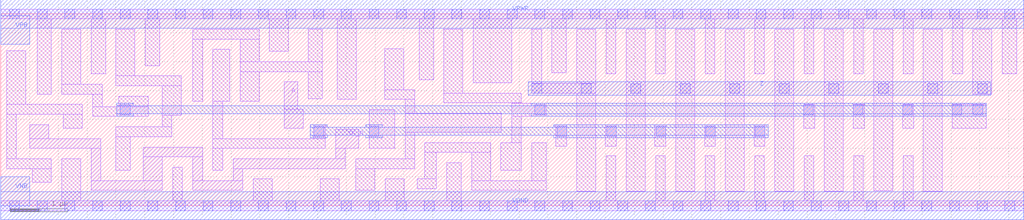
<source format=lef>
# Copyright 2020 The SkyWater PDK Authors
#
# Licensed under the Apache License, Version 2.0 (the "License");
# you may not use this file except in compliance with the License.
# You may obtain a copy of the License at
#
#     https://www.apache.org/licenses/LICENSE-2.0
#
# Unless required by applicable law or agreed to in writing, software
# distributed under the License is distributed on an "AS IS" BASIS,
# WITHOUT WARRANTIES OR CONDITIONS OF ANY KIND, either express or implied.
# See the License for the specific language governing permissions and
# limitations under the License.
#
# SPDX-License-Identifier: Apache-2.0

VERSION 5.5 ;
NAMESCASESENSITIVE ON ;
BUSBITCHARS "[]" ;
DIVIDERCHAR "/" ;
MACRO sky130_fd_sc_lp__busdrivernovlp_20
  CLASS CORE ;
  SOURCE USER ;
  ORIGIN  0.000000  0.000000 ;
  SIZE  17.76000 BY  3.330000 ;
  SYMMETRY X Y ;
  SITE unit ;
  PIN A
    ANTENNAGATEAREA  1.260000 ;
    DIRECTION INPUT ;
    USE SIGNAL ;
    PORT
      LAYER li1 ;
        RECT 4.925000 1.345000 5.255000 1.675000 ;
        RECT 4.925000 1.675000 5.155000 2.150000 ;
    END
  END A
  PIN TE_B
    ANTENNAGATEAREA  0.630000 ;
    DIRECTION INPUT ;
    USE SIGNAL ;
    PORT
      LAYER li1 ;
        RECT 0.505000 0.995000 1.740000 1.165000 ;
        RECT 0.505000 1.165000 0.835000 1.410000 ;
        RECT 1.570000 0.265000 2.805000 0.435000 ;
        RECT 1.570000 0.435000 1.740000 0.995000 ;
        RECT 2.475000 0.435000 2.805000 0.850000 ;
        RECT 2.475000 0.850000 3.505000 1.020000 ;
        RECT 3.335000 0.265000 4.205000 0.435000 ;
        RECT 3.335000 0.435000 3.505000 0.850000 ;
        RECT 4.035000 0.435000 4.205000 0.645000 ;
        RECT 4.035000 0.645000 5.985000 0.815000 ;
        RECT 5.815000 0.815000 5.985000 0.995000 ;
        RECT 5.815000 0.995000 6.215000 1.325000 ;
    END
  END TE_B
  PIN Z
    ANTENNADIFFAREA  4.968000 ;
    DIRECTION OUTPUT ;
    USE SIGNAL ;
    PORT
      LAYER met1 ;
        RECT 9.160000 1.920000 17.190000 2.150000 ;
    END
  END Z
  PIN VGND
    DIRECTION INOUT ;
    USE GROUND ;
    PORT
      LAYER met1 ;
        RECT 0.000000 -0.245000 17.760000 0.245000 ;
    END
  END VGND
  PIN VNB
    DIRECTION INOUT ;
    USE GROUND ;
    PORT
    END
  END VNB
  PIN VPB
    DIRECTION INOUT ;
    USE POWER ;
    PORT
    END
  END VPB
  PIN VNB
    DIRECTION INOUT ;
    USE GROUND ;
    PORT
      LAYER met1 ;
        RECT 0.000000 0.000000 0.500000 0.500000 ;
    END
  END VNB
  PIN VPB
    DIRECTION INOUT ;
    USE POWER ;
    PORT
      LAYER met1 ;
        RECT 0.000000 2.800000 0.500000 3.300000 ;
    END
  END VPB
  PIN VPWR
    DIRECTION INOUT ;
    USE POWER ;
    PORT
      LAYER met1 ;
        RECT 0.000000 3.085000 17.760000 3.575000 ;
    END
  END VPWR
  OBS
    LAYER li1 ;
      RECT  0.000000 -0.085000 17.760000 0.085000 ;
      RECT  0.000000  3.245000 17.760000 3.415000 ;
      RECT  0.100000  0.645000  0.880000 0.815000 ;
      RECT  0.100000  0.815000  0.270000 1.590000 ;
      RECT  0.100000  1.590000  1.415000 1.760000 ;
      RECT  0.100000  1.760000  0.430000 2.695000 ;
      RECT  0.550000  0.405000  0.880000 0.645000 ;
      RECT  0.630000  1.940000  0.880000 3.245000 ;
      RECT  1.060000  0.085000  1.390000 0.815000 ;
      RECT  1.060000  1.940000  1.765000 2.110000 ;
      RECT  1.060000  2.110000  1.390000 3.065000 ;
      RECT  1.085000  1.345000  1.415000 1.590000 ;
      RECT  1.570000  2.290000  1.820000 3.245000 ;
      RECT  1.595000  1.550000  2.565000 1.720000 ;
      RECT  1.595000  1.720000  1.765000 1.940000 ;
      RECT  1.995000  0.615000  2.245000 1.200000 ;
      RECT  1.995000  1.200000  2.970000 1.370000 ;
      RECT  2.000000  2.085000  3.130000 2.255000 ;
      RECT  2.000000  2.255000  2.330000 3.065000 ;
      RECT  2.045000  1.720000  2.565000 1.905000 ;
      RECT  2.510000  2.435000  2.760000 3.245000 ;
      RECT  2.800000  1.370000  2.970000 1.575000 ;
      RECT  2.800000  1.575000  3.130000 2.085000 ;
      RECT  2.985000  0.085000  3.155000 0.670000 ;
      RECT  3.335000  1.815000  3.505000 2.895000 ;
      RECT  3.335000  2.895000  4.485000 3.065000 ;
      RECT  3.685000  0.615000  3.855000 0.995000 ;
      RECT  3.685000  0.995000  5.635000 1.165000 ;
      RECT  3.685000  1.165000  3.855000 1.815000 ;
      RECT  3.685000  1.815000  3.975000 2.715000 ;
      RECT  4.155000  1.815000  4.485000 2.330000 ;
      RECT  4.155000  2.330000  5.585000 2.500000 ;
      RECT  4.155000  2.500000  4.485000 2.895000 ;
      RECT  4.385000  0.085000  4.715000 0.465000 ;
      RECT  4.665000  2.680000  4.995000 3.245000 ;
      RECT  5.335000  1.855000  5.585000 2.330000 ;
      RECT  5.335000  2.500000  5.585000 3.065000 ;
      RECT  5.435000  1.165000  5.635000 1.410000 ;
      RECT  5.545000  0.085000  5.875000 0.465000 ;
      RECT  5.845000  1.845000  6.175000 3.245000 ;
      RECT  6.165000  0.265000  6.495000 0.645000 ;
      RECT  6.165000  0.645000  7.190000 0.815000 ;
      RECT  6.395000  0.995000  6.840000 1.665000 ;
      RECT  6.665000  1.845000  7.190000 2.015000 ;
      RECT  6.665000  2.015000  6.995000 2.725000 ;
      RECT  6.675000  0.085000  7.005000 0.465000 ;
      RECT  7.020000  0.815000  7.190000 1.275000 ;
      RECT  7.020000  1.275000  8.690000 1.605000 ;
      RECT  7.020000  1.605000  7.190000 1.845000 ;
      RECT  7.235000  0.295000  7.565000 0.465000 ;
      RECT  7.265000  2.185000  7.515000 3.245000 ;
      RECT  7.360000  0.465000  7.565000 0.925000 ;
      RECT  7.360000  0.925000  8.505000 1.095000 ;
      RECT  7.695000  1.785000  9.040000 1.955000 ;
      RECT  7.695000  1.955000  8.025000 3.065000 ;
      RECT  7.745000  0.085000  7.995000 0.745000 ;
      RECT  8.175000  0.265000  9.470000 0.435000 ;
      RECT  8.175000  0.435000  8.505000 0.925000 ;
      RECT  8.205000  2.135000  8.875000 3.245000 ;
      RECT  8.685000  0.615000  9.040000 1.095000 ;
      RECT  8.870000  1.095000  9.040000 1.550000 ;
      RECT  8.870000  1.550000  9.475000 1.780000 ;
      RECT  8.870000  1.780000  9.040000 1.785000 ;
      RECT  9.220000  0.435000  9.470000 1.095000 ;
      RECT  9.220000  1.950000 10.330000 2.130000 ;
      RECT  9.220000  2.130000  9.390000 3.065000 ;
      RECT  9.570000  2.310000  9.820000 3.245000 ;
      RECT  9.640000  1.035000  9.830000 1.410000 ;
      RECT 10.000000  0.255000 10.330000 1.950000 ;
      RECT 10.000000  2.130000 10.330000 3.065000 ;
      RECT 10.500000  1.035000 10.690000 1.410000 ;
      RECT 10.510000  0.085000 10.680000 0.865000 ;
      RECT 10.510000  2.290000 10.680000 3.245000 ;
      RECT 10.860000  0.255000 11.190000 3.065000 ;
      RECT 11.360000  1.035000 11.550000 1.410000 ;
      RECT 11.370000  0.085000 11.540000 0.865000 ;
      RECT 11.370000  2.290000 11.540000 3.245000 ;
      RECT 11.720000  0.255000 12.050000 3.065000 ;
      RECT 12.220000  1.035000 12.410000 1.410000 ;
      RECT 12.230000  0.085000 12.400000 0.865000 ;
      RECT 12.230000  2.290000 12.400000 3.245000 ;
      RECT 12.580000  0.255000 12.910000 3.065000 ;
      RECT 13.080000  1.035000 13.270000 1.410000 ;
      RECT 13.090000  0.085000 13.260000 0.865000 ;
      RECT 13.090000  2.290000 13.260000 3.245000 ;
      RECT 13.440000  0.255000 13.770000 3.065000 ;
      RECT 13.940000  1.345000 14.130000 1.760000 ;
      RECT 13.950000  0.085000 14.120000 0.865000 ;
      RECT 13.950000  2.290000 14.120000 3.245000 ;
      RECT 14.300000  0.255000 14.630000 3.065000 ;
      RECT 14.800000  1.345000 14.990000 1.760000 ;
      RECT 14.810000  0.085000 14.980000 0.865000 ;
      RECT 14.810000  2.290000 14.980000 3.245000 ;
      RECT 15.160000  0.260000 15.490000 3.065000 ;
      RECT 15.660000  1.345000 15.850000 1.760000 ;
      RECT 15.670000  0.085000 15.840000 0.865000 ;
      RECT 15.670000  2.290000 15.840000 3.245000 ;
      RECT 16.020000  0.255000 16.350000 3.065000 ;
      RECT 16.520000  1.345000 17.110000 1.760000 ;
      RECT 16.530000  2.290000 16.700000 3.245000 ;
      RECT 16.880000  1.940000 17.210000 3.065000 ;
      RECT 17.390000  2.290000 17.640000 3.245000 ;
    LAYER mcon ;
      RECT  0.155000 -0.085000  0.325000 0.085000 ;
      RECT  0.155000  3.245000  0.325000 3.415000 ;
      RECT  0.635000 -0.085000  0.805000 0.085000 ;
      RECT  0.635000  3.245000  0.805000 3.415000 ;
      RECT  1.115000 -0.085000  1.285000 0.085000 ;
      RECT  1.115000  3.245000  1.285000 3.415000 ;
      RECT  1.595000 -0.085000  1.765000 0.085000 ;
      RECT  1.595000  3.245000  1.765000 3.415000 ;
      RECT  2.075000 -0.085000  2.245000 0.085000 ;
      RECT  2.075000  1.580000  2.245000 1.750000 ;
      RECT  2.075000  3.245000  2.245000 3.415000 ;
      RECT  2.555000 -0.085000  2.725000 0.085000 ;
      RECT  2.555000  3.245000  2.725000 3.415000 ;
      RECT  3.035000 -0.085000  3.205000 0.085000 ;
      RECT  3.035000  3.245000  3.205000 3.415000 ;
      RECT  3.515000 -0.085000  3.685000 0.085000 ;
      RECT  3.515000  3.245000  3.685000 3.415000 ;
      RECT  3.995000 -0.085000  4.165000 0.085000 ;
      RECT  3.995000  3.245000  4.165000 3.415000 ;
      RECT  4.475000 -0.085000  4.645000 0.085000 ;
      RECT  4.475000  3.245000  4.645000 3.415000 ;
      RECT  4.955000 -0.085000  5.125000 0.085000 ;
      RECT  4.955000  3.245000  5.125000 3.415000 ;
      RECT  5.435000 -0.085000  5.605000 0.085000 ;
      RECT  5.435000  1.210000  5.605000 1.380000 ;
      RECT  5.435000  3.245000  5.605000 3.415000 ;
      RECT  5.915000 -0.085000  6.085000 0.085000 ;
      RECT  5.915000  3.245000  6.085000 3.415000 ;
      RECT  6.395000 -0.085000  6.565000 0.085000 ;
      RECT  6.395000  1.210000  6.565000 1.380000 ;
      RECT  6.395000  3.245000  6.565000 3.415000 ;
      RECT  6.875000 -0.085000  7.045000 0.085000 ;
      RECT  6.875000  3.245000  7.045000 3.415000 ;
      RECT  7.355000 -0.085000  7.525000 0.085000 ;
      RECT  7.355000  3.245000  7.525000 3.415000 ;
      RECT  7.835000 -0.085000  8.005000 0.085000 ;
      RECT  7.835000  3.245000  8.005000 3.415000 ;
      RECT  8.315000 -0.085000  8.485000 0.085000 ;
      RECT  8.315000  3.245000  8.485000 3.415000 ;
      RECT  8.795000 -0.085000  8.965000 0.085000 ;
      RECT  8.795000  3.245000  8.965000 3.415000 ;
      RECT  9.220000  1.950000  9.390000 2.120000 ;
      RECT  9.275000 -0.085000  9.445000 0.085000 ;
      RECT  9.275000  1.580000  9.445000 1.750000 ;
      RECT  9.275000  3.245000  9.445000 3.415000 ;
      RECT  9.660000  1.210000  9.830000 1.380000 ;
      RECT  9.755000 -0.085000  9.925000 0.085000 ;
      RECT  9.755000  3.245000  9.925000 3.415000 ;
      RECT 10.080000  1.950000 10.250000 2.120000 ;
      RECT 10.235000 -0.085000 10.405000 0.085000 ;
      RECT 10.235000  3.245000 10.405000 3.415000 ;
      RECT 10.520000  1.210000 10.690000 1.380000 ;
      RECT 10.715000 -0.085000 10.885000 0.085000 ;
      RECT 10.715000  3.245000 10.885000 3.415000 ;
      RECT 10.940000  1.950000 11.110000 2.120000 ;
      RECT 11.195000 -0.085000 11.365000 0.085000 ;
      RECT 11.195000  3.245000 11.365000 3.415000 ;
      RECT 11.380000  1.210000 11.550000 1.380000 ;
      RECT 11.675000 -0.085000 11.845000 0.085000 ;
      RECT 11.675000  3.245000 11.845000 3.415000 ;
      RECT 11.800000  1.950000 11.970000 2.120000 ;
      RECT 12.155000 -0.085000 12.325000 0.085000 ;
      RECT 12.155000  3.245000 12.325000 3.415000 ;
      RECT 12.240000  1.210000 12.410000 1.380000 ;
      RECT 12.635000 -0.085000 12.805000 0.085000 ;
      RECT 12.635000  3.245000 12.805000 3.415000 ;
      RECT 12.660000  1.950000 12.830000 2.120000 ;
      RECT 13.100000  1.210000 13.270000 1.380000 ;
      RECT 13.115000 -0.085000 13.285000 0.085000 ;
      RECT 13.115000  3.245000 13.285000 3.415000 ;
      RECT 13.520000  1.950000 13.690000 2.120000 ;
      RECT 13.595000 -0.085000 13.765000 0.085000 ;
      RECT 13.595000  3.245000 13.765000 3.415000 ;
      RECT 13.940000  1.580000 14.110000 1.750000 ;
      RECT 14.075000 -0.085000 14.245000 0.085000 ;
      RECT 14.075000  3.245000 14.245000 3.415000 ;
      RECT 14.380000  1.950000 14.550000 2.120000 ;
      RECT 14.555000 -0.085000 14.725000 0.085000 ;
      RECT 14.555000  3.245000 14.725000 3.415000 ;
      RECT 14.800000  1.580000 14.970000 1.750000 ;
      RECT 15.035000 -0.085000 15.205000 0.085000 ;
      RECT 15.035000  3.245000 15.205000 3.415000 ;
      RECT 15.240000  1.950000 15.410000 2.120000 ;
      RECT 15.515000 -0.085000 15.685000 0.085000 ;
      RECT 15.515000  3.245000 15.685000 3.415000 ;
      RECT 15.660000  1.580000 15.830000 1.750000 ;
      RECT 15.995000 -0.085000 16.165000 0.085000 ;
      RECT 15.995000  3.245000 16.165000 3.415000 ;
      RECT 16.100000  1.950000 16.270000 2.120000 ;
      RECT 16.475000 -0.085000 16.645000 0.085000 ;
      RECT 16.475000  3.245000 16.645000 3.415000 ;
      RECT 16.520000  1.580000 16.690000 1.750000 ;
      RECT 16.880000  1.580000 17.050000 1.750000 ;
      RECT 16.955000 -0.085000 17.125000 0.085000 ;
      RECT 16.955000  3.245000 17.125000 3.415000 ;
      RECT 16.960000  1.950000 17.130000 2.120000 ;
      RECT 17.435000 -0.085000 17.605000 0.085000 ;
      RECT 17.435000  3.245000 17.605000 3.415000 ;
    LAYER met1 ;
      RECT 2.015000 1.550000  2.305000 1.595000 ;
      RECT 2.015000 1.595000 17.110000 1.735000 ;
      RECT 2.015000 1.735000  2.305000 1.780000 ;
      RECT 5.375000 1.180000  5.665000 1.225000 ;
      RECT 5.375000 1.225000 13.330000 1.365000 ;
      RECT 5.375000 1.365000  5.665000 1.410000 ;
      RECT 6.335000 1.180000  6.625000 1.225000 ;
      RECT 6.335000 1.365000  6.625000 1.410000 ;
      RECT 9.215000 1.550000 17.110000 1.595000 ;
      RECT 9.215000 1.735000 17.110000 1.780000 ;
      RECT 9.600000 1.180000 13.330000 1.225000 ;
      RECT 9.600000 1.365000 13.330000 1.410000 ;
  END
END sky130_fd_sc_lp__busdrivernovlp_20
END LIBRARY

</source>
